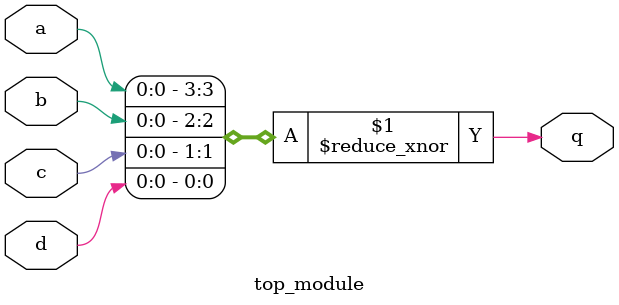
<source format=v>
module top_module (
    input a,
    input b,
    input c,
    input d,
    output q );

    assign q = ~^{a,b,c,d};

endmodule

</source>
